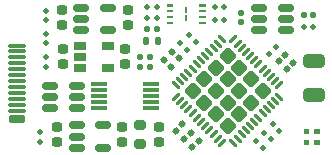
<source format=gbr>
%TF.GenerationSoftware,KiCad,Pcbnew,(6.0.4)*%
%TF.CreationDate,2022-11-14T12:59:58+01:00*%
%TF.ProjectId,tk1,746b312e-6b69-4636-9164-5f7063625858,rev?*%
%TF.SameCoordinates,Original*%
%TF.FileFunction,Paste,Top*%
%TF.FilePolarity,Positive*%
%FSLAX46Y46*%
G04 Gerber Fmt 4.6, Leading zero omitted, Abs format (unit mm)*
G04 Created by KiCad (PCBNEW (6.0.4)) date 2022-11-14 12:59:58*
%MOMM*%
%LPD*%
G01*
G04 APERTURE LIST*
G04 Aperture macros list*
%AMRoundRect*
0 Rectangle with rounded corners*
0 $1 Rounding radius*
0 $2 $3 $4 $5 $6 $7 $8 $9 X,Y pos of 4 corners*
0 Add a 4 corners polygon primitive as box body*
4,1,4,$2,$3,$4,$5,$6,$7,$8,$9,$2,$3,0*
0 Add four circle primitives for the rounded corners*
1,1,$1+$1,$2,$3*
1,1,$1+$1,$4,$5*
1,1,$1+$1,$6,$7*
1,1,$1+$1,$8,$9*
0 Add four rect primitives between the rounded corners*
20,1,$1+$1,$2,$3,$4,$5,0*
20,1,$1+$1,$4,$5,$6,$7,0*
20,1,$1+$1,$6,$7,$8,$9,0*
20,1,$1+$1,$8,$9,$2,$3,0*%
G04 Aperture macros list end*
%ADD10C,0.010000*%
%ADD11RoundRect,0.129500X0.129500X-0.150500X0.129500X0.150500X-0.129500X0.150500X-0.129500X-0.150500X0*%
%ADD12RoundRect,0.129500X-0.014849X-0.197990X0.197990X0.014849X0.014849X0.197990X-0.197990X-0.014849X0*%
%ADD13RoundRect,0.129500X0.014849X0.197990X-0.197990X-0.014849X-0.014849X-0.197990X0.197990X0.014849X0*%
%ADD14RoundRect,0.129500X0.197990X-0.014849X-0.014849X0.197990X-0.197990X0.014849X0.014849X-0.197990X0*%
%ADD15RoundRect,0.147500X0.147500X0.172500X-0.147500X0.172500X-0.147500X-0.172500X0.147500X-0.172500X0*%
%ADD16RoundRect,0.112500X-0.112500X0.112500X-0.112500X-0.112500X0.112500X-0.112500X0.112500X0.112500X0*%
%ADD17RoundRect,0.112500X-0.159099X0.000000X0.000000X-0.159099X0.159099X0.000000X0.000000X0.159099X0*%
%ADD18RoundRect,0.112500X0.000000X0.159099X-0.159099X0.000000X0.000000X-0.159099X0.159099X0.000000X0*%
%ADD19RoundRect,0.150000X0.512500X0.150000X-0.512500X0.150000X-0.512500X-0.150000X0.512500X-0.150000X0*%
%ADD20RoundRect,0.250000X0.000000X0.445477X-0.445477X0.000000X0.000000X-0.445477X0.445477X0.000000X0*%
%ADD21RoundRect,0.062500X0.220971X0.309359X-0.309359X-0.220971X-0.220971X-0.309359X0.309359X0.220971X0*%
%ADD22RoundRect,0.062500X-0.220971X0.309359X-0.309359X0.220971X0.220971X-0.309359X0.309359X-0.220971X0*%
%ADD23RoundRect,0.200000X-0.225000X0.200000X-0.225000X-0.200000X0.225000X-0.200000X0.225000X0.200000X0*%
%ADD24RoundRect,0.200000X-0.275000X0.200000X-0.275000X-0.200000X0.275000X-0.200000X0.275000X0.200000X0*%
%ADD25RoundRect,0.112500X0.112500X-0.112500X0.112500X0.112500X-0.112500X0.112500X-0.112500X-0.112500X0*%
%ADD26RoundRect,0.150000X-0.512500X-0.150000X0.512500X-0.150000X0.512500X0.150000X-0.512500X0.150000X0*%
%ADD27R,1.000000X0.700000*%
%ADD28RoundRect,0.112500X0.112500X0.112500X-0.112500X0.112500X-0.112500X-0.112500X0.112500X-0.112500X0*%
%ADD29RoundRect,0.129500X0.150500X0.129500X-0.150500X0.129500X-0.150500X-0.129500X0.150500X-0.129500X0*%
%ADD30R,1.400000X0.300000*%
%ADD31RoundRect,0.112500X-0.112500X-0.112500X0.112500X-0.112500X0.112500X0.112500X-0.112500X0.112500X0*%
%ADD32RoundRect,0.129500X-0.150500X-0.129500X0.150500X-0.129500X0.150500X0.129500X-0.150500X0.129500X0*%
%ADD33RoundRect,0.250000X0.650000X-0.325000X0.650000X0.325000X-0.650000X0.325000X-0.650000X-0.325000X0*%
%ADD34RoundRect,0.075000X0.675000X0.075000X-0.675000X0.075000X-0.675000X-0.075000X0.675000X-0.075000X0*%
%ADD35RoundRect,0.175000X0.525000X0.175000X-0.525000X0.175000X-0.525000X-0.175000X0.525000X-0.175000X0*%
G04 APERTURE END LIST*
%TO.C,D3*%
G36*
X126599440Y-99551980D02*
G01*
X126248920Y-99551980D01*
X126248920Y-99242100D01*
X126599440Y-99242100D01*
X126599440Y-99551980D01*
G37*
D10*
X126599440Y-99551980D02*
X126248920Y-99551980D01*
X126248920Y-99242100D01*
X126599440Y-99242100D01*
X126599440Y-99551980D01*
G36*
X125748540Y-99559600D02*
G01*
X125398020Y-99559600D01*
X125398020Y-99249720D01*
X125748540Y-99249720D01*
X125748540Y-99559600D01*
G37*
X125748540Y-99559600D02*
X125398020Y-99559600D01*
X125398020Y-99249720D01*
X125748540Y-99249720D01*
X125748540Y-99559600D01*
G36*
X125748540Y-98660440D02*
G01*
X125398020Y-98660440D01*
X125398020Y-98350560D01*
X125748540Y-98350560D01*
X125748540Y-98660440D01*
G37*
X125748540Y-98660440D02*
X125398020Y-98660440D01*
X125398020Y-98350560D01*
X125748540Y-98350560D01*
X125748540Y-98660440D01*
G36*
X126601980Y-98657900D02*
G01*
X126251460Y-98657900D01*
X126251460Y-98348020D01*
X126601980Y-98348020D01*
X126601980Y-98657900D01*
G37*
X126601980Y-98657900D02*
X126251460Y-98657900D01*
X126251460Y-98348020D01*
X126601980Y-98348020D01*
X126601980Y-98657900D01*
%TO.C,U8*%
G36*
X114300000Y-88250000D02*
G01*
X113750000Y-88250000D01*
X113750000Y-88450000D01*
X114300000Y-88450000D01*
X114300000Y-88250000D01*
G37*
G36*
X117050000Y-89250000D02*
G01*
X116500000Y-89250000D01*
X116500000Y-89450000D01*
X117050000Y-89450000D01*
X117050000Y-89250000D01*
G37*
G36*
X114300000Y-88750000D02*
G01*
X113750000Y-88750000D01*
X113750000Y-88950000D01*
X114300000Y-88950000D01*
X114300000Y-88750000D01*
G37*
G36*
X115300000Y-89200000D02*
G01*
X115500000Y-89200000D01*
X115500000Y-88700000D01*
X115300000Y-88700000D01*
X115300000Y-89200000D01*
G37*
G36*
X117050000Y-87750000D02*
G01*
X116500000Y-87750000D01*
X116500000Y-87950000D01*
X117050000Y-87950000D01*
X117050000Y-87750000D01*
G37*
G36*
X114300000Y-87750000D02*
G01*
X113750000Y-87750000D01*
X113750000Y-87950000D01*
X114300000Y-87950000D01*
X114300000Y-87750000D01*
G37*
G36*
X117050000Y-88750000D02*
G01*
X116500000Y-88750000D01*
X116500000Y-88950000D01*
X117050000Y-88950000D01*
X117050000Y-88750000D01*
G37*
G36*
X115300000Y-88500000D02*
G01*
X115500000Y-88500000D01*
X115500000Y-88000000D01*
X115300000Y-88000000D01*
X115300000Y-88500000D01*
G37*
G36*
X114300000Y-89250000D02*
G01*
X113750000Y-89250000D01*
X113750000Y-89450000D01*
X114300000Y-89450000D01*
X114300000Y-89250000D01*
G37*
G36*
X117050000Y-88250000D02*
G01*
X116500000Y-88250000D01*
X116500000Y-88450000D01*
X117050000Y-88450000D01*
X117050000Y-88250000D01*
G37*
%TD*%
D11*
%TO.C,C7*%
X111450000Y-93040000D03*
X111450000Y-92260000D03*
%TD*%
%TO.C,C13*%
X112350000Y-93040000D03*
X112350000Y-92260000D03*
%TD*%
D12*
%TO.C,C16*%
X123224228Y-92575772D03*
X123775772Y-92024228D03*
%TD*%
D13*
%TO.C,C17*%
X115075772Y-97924228D03*
X114524228Y-98475772D03*
%TD*%
D14*
%TO.C,C18*%
X114075772Y-93025772D03*
X113524228Y-92474228D03*
%TD*%
D12*
%TO.C,C19*%
X123924228Y-93275772D03*
X124475772Y-92724228D03*
%TD*%
D13*
%TO.C,C20*%
X115775772Y-98624228D03*
X115224228Y-99175772D03*
%TD*%
%TO.C,C21*%
X116475772Y-99324228D03*
X115924228Y-99875772D03*
%TD*%
D15*
%TO.C,D1*%
X112985000Y-90850000D03*
X112015000Y-90850000D03*
%TD*%
D16*
%TO.C,R1*%
X103550000Y-88300000D03*
X103550000Y-89100000D03*
%TD*%
%TO.C,R2*%
X103550000Y-92250000D03*
X103550000Y-93050000D03*
%TD*%
D17*
%TO.C,R16*%
X121317157Y-99317157D03*
X121882843Y-99882843D03*
%TD*%
%TO.C,R17*%
X122017157Y-98617157D03*
X122582843Y-99182843D03*
%TD*%
%TO.C,R18*%
X122717157Y-97917157D03*
X123282843Y-98482843D03*
%TD*%
D18*
%TO.C,R19*%
X122982843Y-91367157D03*
X122417157Y-91932843D03*
%TD*%
D19*
%TO.C,U5*%
X106137500Y-96550000D03*
X106137500Y-95600000D03*
X106137500Y-94650000D03*
X103862500Y-94650000D03*
X103862500Y-95600000D03*
X103862500Y-96550000D03*
%TD*%
D20*
%TO.C,U6*%
X118900000Y-96089949D03*
X115930152Y-95100000D03*
X117910051Y-93120101D03*
X119889949Y-95100000D03*
X116920101Y-94110051D03*
X117910051Y-95100000D03*
X118900000Y-94110051D03*
X117910051Y-97079899D03*
X119889949Y-97079899D03*
X121869848Y-95100000D03*
X118900000Y-98069848D03*
X120879899Y-94110051D03*
X120879899Y-96089949D03*
X116920101Y-96089949D03*
X119889949Y-93120101D03*
X118900000Y-92130152D03*
D21*
X123275223Y-94613864D03*
X122921670Y-94260311D03*
X122568116Y-93906757D03*
X122214563Y-93553204D03*
X121861010Y-93199651D03*
X121507456Y-92846097D03*
X121153903Y-92492544D03*
X120800349Y-92138990D03*
X120446796Y-91785437D03*
X120093243Y-91431884D03*
X119739689Y-91078330D03*
X119386136Y-90724777D03*
D22*
X118413864Y-90724777D03*
X118060311Y-91078330D03*
X117706757Y-91431884D03*
X117353204Y-91785437D03*
X116999651Y-92138990D03*
X116646097Y-92492544D03*
X116292544Y-92846097D03*
X115938990Y-93199651D03*
X115585437Y-93553204D03*
X115231884Y-93906757D03*
X114878330Y-94260311D03*
X114524777Y-94613864D03*
D21*
X114524777Y-95586136D03*
X114878330Y-95939689D03*
X115231884Y-96293243D03*
X115585437Y-96646796D03*
X115938990Y-97000349D03*
X116292544Y-97353903D03*
X116646097Y-97707456D03*
X116999651Y-98061010D03*
X117353204Y-98414563D03*
X117706757Y-98768116D03*
X118060311Y-99121670D03*
X118413864Y-99475223D03*
D22*
X119386136Y-99475223D03*
X119739689Y-99121670D03*
X120093243Y-98768116D03*
X120446796Y-98414563D03*
X120800349Y-98061010D03*
X121153903Y-97707456D03*
X121507456Y-97353903D03*
X121861010Y-97000349D03*
X122214563Y-96646796D03*
X122568116Y-96293243D03*
X122921670Y-95939689D03*
X123275223Y-95586136D03*
%TD*%
D23*
%TO.C,C6*%
X104943750Y-91550000D03*
X104943750Y-92850000D03*
%TD*%
%TO.C,C25*%
X113050000Y-98150000D03*
X113050000Y-99450000D03*
%TD*%
D24*
%TO.C,FB3*%
X111500000Y-97975000D03*
X111500000Y-99625000D03*
%TD*%
D16*
%TO.C,R22*%
X103000000Y-98600000D03*
X103000000Y-99400000D03*
%TD*%
D25*
%TO.C,R29*%
X103550000Y-91050000D03*
X103550000Y-90250000D03*
%TD*%
D17*
%TO.C,R20*%
X115617157Y-90367157D03*
X116182843Y-90932843D03*
%TD*%
D23*
%TO.C,C1*%
X104843750Y-88250000D03*
X104843750Y-89550000D03*
%TD*%
%TO.C,C5*%
X110450000Y-88250000D03*
X110450000Y-89550000D03*
%TD*%
D26*
%TO.C,U2*%
X106506250Y-88050000D03*
X106506250Y-89000000D03*
X106506250Y-89950000D03*
X108781250Y-89950000D03*
X108781250Y-88050000D03*
%TD*%
D23*
%TO.C,C4*%
X110000000Y-98150000D03*
X110000000Y-99450000D03*
%TD*%
%TO.C,C2*%
X104450000Y-98150000D03*
X104450000Y-99450000D03*
%TD*%
D26*
%TO.C,U1*%
X106112500Y-98000000D03*
X106112500Y-98950000D03*
X106112500Y-99900000D03*
X108387500Y-99900000D03*
X108387500Y-98000000D03*
%TD*%
D23*
%TO.C,C3*%
X110243750Y-91550000D03*
X110243750Y-92850000D03*
%TD*%
D17*
%TO.C,R3*%
X114867157Y-91067157D03*
X115432843Y-91632843D03*
%TD*%
D14*
%TO.C,C22*%
X114775772Y-92325772D03*
X114224228Y-91774228D03*
%TD*%
D27*
%TO.C,U9*%
X106393750Y-91250000D03*
X106393750Y-92200000D03*
X106393750Y-93150000D03*
X108793750Y-93150000D03*
X108793750Y-91250000D03*
%TD*%
D28*
%TO.C,R25*%
X118600000Y-87950000D03*
X117800000Y-87950000D03*
%TD*%
D29*
%TO.C,C23*%
X112890000Y-89850000D03*
X112110000Y-89850000D03*
%TD*%
D30*
%TO.C,U3*%
X112400000Y-96500000D03*
X112400000Y-96000000D03*
X112400000Y-95500000D03*
X112400000Y-95000000D03*
X112400000Y-94500000D03*
X108000000Y-94500000D03*
X108000000Y-95000000D03*
X108000000Y-95500000D03*
X108000000Y-96000000D03*
X108000000Y-96500000D03*
%TD*%
D11*
%TO.C,C26*%
X120050000Y-89240000D03*
X120050000Y-88460000D03*
%TD*%
D28*
%TO.C,R23*%
X118600000Y-89050000D03*
X117800000Y-89050000D03*
%TD*%
D31*
%TO.C,R26*%
X112100000Y-88900000D03*
X112900000Y-88900000D03*
%TD*%
D19*
%TO.C,U10*%
X123837500Y-89950000D03*
X123837500Y-89000000D03*
X123837500Y-88050000D03*
X121562500Y-88050000D03*
X121562500Y-89000000D03*
X121562500Y-89950000D03*
%TD*%
D31*
%TO.C,R30*%
X125350000Y-89700000D03*
X126150000Y-89700000D03*
%TD*%
D32*
%TO.C,C27*%
X125360000Y-88700000D03*
X126140000Y-88700000D03*
%TD*%
D33*
%TO.C,C8*%
X126200000Y-95475000D03*
X126200000Y-92525000D03*
%TD*%
D34*
%TO.C,P1*%
X101050000Y-96750000D03*
X101050000Y-96250000D03*
X101050000Y-95750000D03*
X101050000Y-95250000D03*
X101050000Y-94750000D03*
X101050000Y-94250000D03*
X101050000Y-93750000D03*
X101050000Y-93250000D03*
X101050000Y-92750000D03*
X101050000Y-92250000D03*
X101050000Y-91750000D03*
X101050000Y-91250000D03*
D35*
X101100000Y-97500000D03*
%TD*%
D31*
%TO.C,R24*%
X112100000Y-87950000D03*
X112900000Y-87950000D03*
%TD*%
M02*

</source>
